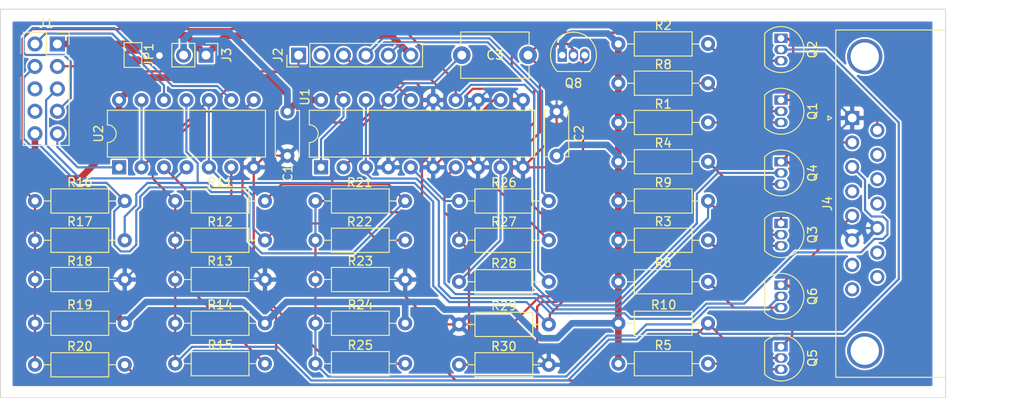
<source format=kicad_pcb>
(kicad_pcb (version 20221018) (generator pcbnew)
  (layers (0 "F.Cu" signal) (31 "B.Cu" signal) (34 "B.Paste" user) (35 "F.Paste" user) (36 "B.SilkS" user "B.Silkscreen") (37 "F.SilkS" user "F.Silkscreen") (38 "B.Mask" user) (39 "F.Mask" user) (44 "Edge.Cuts" user))
  (net 0 "")
  (net 1 "VCC")
  (net 2 "GND1")
  (net 3 "CS")
  (net 4 "Net-(Q8-B)")
  (net 5 "BLUE")
  (net 6 "Net-(Q1-B)")
  (net 7 "Net-(Q1-C)")
  (net 8 "CB")
  (net 9 "Net-(Q2-C)")
  (net 10 "RED")
  (net 11 "Net-(Q3-B)")
  (net 12 "Net-(Q3-C)")
  (net 13 "CR")
  (net 14 "Net-(Q4-C)")
  (net 15 "GREEN")
  (net 16 "Net-(Q5-B)")
  (net 17 "Net-(Q5-C)")
  (net 18 "CG")
  (net 19 "Net-(Q6-C)")
  (net 20 "Net-(Q8-C)")
  (net 21 "XINT")
  (net 22 "XB")
  (net 23 "XR")
  (net 24 "XG")
  (net 25 "Net-(J2-Pin_4)")
  (net 26 "Net-(J2-Pin_3)")
  (net 27 "Net-(J2-Pin_5)")
  (net 28 "ENABLE")
  (net 29 "Net-(J2-Pin_1)")
  (net 30 "CSYNC")
  (net 31 "G")
  (net 32 "B")
  (net 33 "R")
  (net 34 "INT")
  (net 35 "GND")
  (footprint "Resistor_THT:R_Axial_DIN0207_L6.3mm_D2.5mm_P10.16mm_Horizontal" (layer "F.Cu") (at 144.537841 115.082)
    (fp_text reference "R30")
    (fp_text value "11K")
  )
  (footprint "Resistor_THT:R_Axial_DIN0207_L6.3mm_D2.5mm_P10.16mm_Horizontal" (layer "F.Cu") (at 128.281841 105.43)
    (fp_text reference "R23")
    (fp_text value "1.5K")
  )
  (footprint "Connector_PinHeader_2.54mm:PinHeader_1x06_P2.54mm_Vertical" (layer "F.Cu") (at 126.376841 80.03 90)
    (fp_text reference "J2")
    (fp_text value "Conn_01x06")
  )
  (footprint "Connector_PinHeader_2.54mm:PinHeader_1x02_P2.54mm_Vertical" (layer "F.Cu") (at 115.896841 80.03 -90)
    (fp_text reference "J3")
    (fp_text value "Conn_01x02_Pin")
  )
  (footprint "Resistor_THT:R_Axial_DIN0207_L6.3mm_D2.5mm_P10.16mm_Horizontal" (layer "F.Cu") (at 162.571841 114.955)
    (fp_text reference "R5")
    (fp_text value "56")
  )
  (footprint "Resistor_THT:R_Axial_DIN0207_L6.3mm_D2.5mm_P10.16mm_Horizontal" (layer "F.Cu") (at 112.406841 105.43)
    (fp_text reference "R13")
    (fp_text value "1.5K")
  )
  (footprint "Resistor_THT:R_Axial_DIN0207_L6.3mm_D2.5mm_P10.16mm_Horizontal" (layer "F.Cu") (at 112.406841 114.955)
    (fp_text reference "R15")
    (fp_text value "3.3K")
  )
  (footprint "Connector_PinHeader_2.54mm:PinHeader_2x05_P2.54mm_Vertical" (layer "F.Cu") (at 96.526841 78.765)
    (fp_text reference "J1")
    (fp_text value "Conn_02x05_Odd_Even")
  )
  (footprint "Package_DIP:DIP-14_W7.62mm" (layer "F.Cu") (at 106.056841 92.73 90)
    (fp_text reference "U2")
    (fp_text value "74LS08")
  )
  (footprint "Capacitor_THT:C_Disc_D7.5mm_W5.0mm_P7.50mm" (layer "F.Cu") (at 144.851841 80.03)
    (fp_text reference "C3")
    (fp_text value "102K 1KV")
  )
  (footprint "Resistor_THT:R_Axial_DIN0207_L6.3mm_D2.5mm_P10.16mm_Horizontal" (layer "F.Cu") (at 112.406841 96.54)
    (fp_text reference "R11")
    (fp_text value "4.7K")
  )
  (footprint "Resistor_THT:R_Axial_DIN0207_L6.3mm_D2.5mm_P10.16mm_Horizontal" (layer "F.Cu") (at 96.531841 100.985)
    (fp_text reference "R17")
    (fp_text value "4.7K")
  )
  (footprint "Package_TO_SOT_THT:TO-92_Inline" (layer "F.Cu") (at 156.221841 80.03)
    (fp_text reference "Q8")
    (fp_text value "2N3906")
  )
  (footprint "Resistor_THT:R_Axial_DIN0207_L6.3mm_D2.5mm_P10.16mm_Horizontal" (layer "F.Cu") (at 144.537841 96.54)
    (fp_text reference "R26")
    (fp_text value "470")
  )
  (footprint "Resistor_THT:R_Axial_DIN0207_L6.3mm_D2.5mm_P10.16mm_Horizontal" (layer "F.Cu") (at 144.537841 100.985)
    (fp_text reference "R27")
    (fp_text value "470")
  )
  (footprint "Package_TO_SOT_THT:TO-92_Inline" (layer "F.Cu") (at 180.986841 99.08 -90)
    (fp_text reference "Q3")
    (fp_text value "2N3904")
  )
  (footprint "Resistor_THT:R_Axial_DIN0207_L6.3mm_D2.5mm_P10.16mm_Horizontal" (layer "F.Cu") (at 96.531841 110.383)
    (fp_text reference "R19")
    (fp_text value "3.3K")
  )
  (footprint "Package_TO_SOT_THT:TO-92_Inline" (layer "F.Cu") (at 180.986841 78.125 -90)
    (fp_text reference "Q2")
    (fp_text value "2N3904")
  )
  (footprint "Resistor_THT:R_Axial_DIN0207_L6.3mm_D2.5mm_P10.16mm_Horizontal" (layer "F.Cu") (at 144.537841 110.51)
    (fp_text reference "R29")
    (fp_text value "470")
  )
  (footprint "Resistor_THT:R_Axial_DIN0207_L6.3mm_D2.5mm_P10.16mm_Horizontal" (layer "F.Cu") (at 162.571841 92.095)
    (fp_text reference "R4")
    (fp_text value "56")
  )
  (footprint "Resistor_THT:R_Axial_DIN0207_L6.3mm_D2.5mm_P10.16mm_Horizontal" (layer "F.Cu") (at 112.406841 110.383)
    (fp_text reference "R14")
    (fp_text value "3.3K")
  )
  (footprint "Resistor_THT:R_Axial_DIN0207_L6.3mm_D2.5mm_P10.16mm_Horizontal" (layer "F.Cu") (at 96.531841 105.43)
    (fp_text reference "R18")
    (fp_text value "1.5K")
  )
  (footprint "Jumper:SolderJumper-2_P1.3mm_Open_Pad1.0x1.5mm" (layer "F.Cu") (at 107.621841 80.015 -90)
    (fp_text reference "JP1")
    (fp_text value "Jumper_2_Open")
  )
  (footprint "Package_TO_SOT_THT:TO-92_Inline" (layer "F.Cu") (at 180.986841 106.065 -90)
    (fp_text reference "Q6")
    (fp_text value "2N3904")
  )
  (footprint "Resistor_THT:R_Axial_DIN0207_L6.3mm_D2.5mm_P10.16mm_Horizontal" (layer "F.Cu") (at 96.531841 96.54)
    (fp_text reference "R16")
    (fp_text value "4.7K")
  )
  (footprint "Resistor_THT:R_Axial_DIN0207_L6.3mm_D2.5mm_P10.16mm_Horizontal" (layer "F.Cu") (at 172.731841 83.205 180)
    (fp_text reference "R8")
    (fp_text value "3.3K")
  )
  (footprint "Resistor_THT:R_Axial_DIN0207_L6.3mm_D2.5mm_P10.16mm_Horizontal" (layer "F.Cu") (at 172.731841 110.383 180)
    (fp_text reference "R10")
    (fp_text value "3.3K")
  )
  (footprint "Resistor_THT:R_Axial_DIN0207_L6.3mm_D2.5mm_P10.16mm_Horizontal" (layer "F.Cu") (at 162.571841 100.985)
    (fp_text reference "R3")
    (fp_text value "56")
  )
  (footprint "Resistor_THT:R_Axial_DIN0207_L6.3mm_D2.5mm_P10.16mm_Horizontal" (layer "F.Cu") (at 128.281841 114.955)
    (fp_text reference "R25")
    (fp_text value "3.3K")
  )
  (footprint "Resistor_THT:R_Axial_DIN0207_L6.3mm_D2.5mm_P10.16mm_Horizontal" (layer "F.Cu") (at 162.571841 105.684)
    (fp_text reference "R6")
    (fp_text value "56")
  )
  (footprint "Capacitor_THT:C_Disc_D5.0mm_W2.5mm_P5.00mm" (layer "F.Cu") (at 125.106841 86.42 -90)
    (fp_text reference "C1")
    (fp_text value "10nF")
  )
  (footprint "Package_TO_SOT_THT:TO-92_Inline" (layer "F.Cu") (at 180.986841 113.05 -90)
    (fp_text reference "Q5")
    (fp_text value "2N3904")
  )
  (footprint "Package_TO_SOT_THT:TO-92_Inline" (layer "F.Cu") (at 180.986841 85.11 -90)
    (fp_text reference "Q1")
    (fp_text value "2N3904")
  )
  (footprint "Resistor_THT:R_Axial_DIN0207_L6.3mm_D2.5mm_P10.16mm_Horizontal" (layer "F.Cu") (at 162.571841 78.76)
    (fp_text reference "R2")
    (fp_text value "56")
  )
  (footprint "Resistor_THT:R_Axial_DIN0207_L6.3mm_D2.5mm_P10.16mm_Horizontal" (layer "F.Cu") (at 172.731841 96.54 180)
    (fp_text reference "R9")
    (fp_text value "3.3K")
  )
  (footprint "Package_TO_SOT_THT:TO-92_Inline" (layer "F.Cu") (at 180.986841 92.095 -90)
    (fp_text reference "Q4")
    (fp_text value "2N3904")
  )
  (footprint "Resistor_THT:R_Axial_DIN0207_L6.3mm_D2.5mm_P10.16mm_Horizontal" (layer "F.Cu") (at 128.281841 100.985)
    (fp_text reference "R22")
    (fp_text value "4.7K")
  )
  (footprint "Resistor_THT:R_Axial_DIN0207_L6.3mm_D2.5mm_P10.16mm_Horizontal" (layer "F.Cu") (at 144.537841 105.684)
    (fp_text reference "R28")
    (fp_text value "470")
  )
  (footprint "Resistor_THT:R_Axial_DIN0207_L6.3mm_D2.5mm_P10.16mm_Horizontal" (layer "F.Cu") (at 96.531841 115.082)
    (fp_text reference "R20")
    (fp_text value "3.3K")
  )
  (footprint "Capacitor_THT:C_Disc_D5.0mm_W2.5mm_P5.00mm" (layer "F.Cu") (at 155.586841 91.42 90)
    (fp_text reference "C2")
    (fp_text value "10nF")
  )
  (footprint "Resistor_THT:R_Axial_DIN0207_L6.3mm_D2.5mm_P10.16mm_Horizontal" (layer "F.Cu") (at 128.281841 96.54)
    (fp_text reference "R21")
    (fp_text value "4.7K")
  )
  (footprint "Connector_Dsub:DSUB-15_Female_Horizontal_P2.77x2.84mm_EdgePinOffset7.70mm_Housed_MountingHolesOffset9.12mm" (layer "F.Cu") (at 189.05 87.145 90)
    (fp_text reference "J4")
    (fp_text value "DA15_Plug")
  )
  (footprint "Package_DIP:DIP-20_W7.62mm" (layer "F.Cu") (at 128.916841 92.73 90)
    (fp_text reference "U1")
    (fp_text value "74LS241_Split")
  )
  (footprint "Resistor_THT:R_Axial_DIN0207_L6.3mm_D2.5mm_P10.16mm_Horizontal" (layer "F.Cu") (at 162.571841 87.65)
    (fp_text reference "R1")
    (fp_text value "56")
  )
  (footprint "Resistor_THT:R_Axial_DIN0207_L6.3mm_D2.5mm_P10.16mm_Horizontal" (layer "F.Cu") (at 128.281841 110.383)
    (fp_text reference "R24")
    (fp_text value "3.3K")
  )
  (footprint "Resistor_THT:R_Axial_DIN0207_L6.3mm_D2.5mm_P10.16mm_Horizontal" (layer "F.Cu") (at 112.406841 100.985)
    (fp_text reference "R12")
    (fp_text value "4.7K")
  )
  (gr_rect (start 92.621841 74.83) (end 199.621841 118.83) (stroke (width 0.1)) (fill none) (layer "Edge.Cuts"))
  (segment (start 162.571841 87.65) (end 162.571841 92.095) (width 0.75) (layer "F.Cu") (net 1))
  (segment (start 125.106841 84.475) (end 123.201841 82.57) (width 0.75) (layer "F.Cu") (net 1))
  (segment (start 98.436841 94.145) (end 96.526841 92.235) (width 0.75) (layer "F.Cu") (net 1))
  (segment (start 98.436841 102.128) (end 98.436841 94.145) (width 0.75) (layer "F.Cu") (net 1))
  (segment (start 106.056841 89.555) (end 106.056841 85.11) (width 0.75) (layer "F.Cu") (net 1))
  (segment (start 108.596841 82.57) (end 106.056841 85.11) (width 0.75) (layer "F.Cu") (net 1))
  (segment (start 162.571841 96.54) (end 162.571841 100.985) (width 0.75) (layer "F.Cu") (net 1))
  (segment (start 106.691841 110.383) (end 98.436841 102.128) (width 0.75) (layer "F.Cu") (net 1))
  (segment (start 162.571841 83.205) (end 162.571841 87.65) (width 0.75) (layer "F.Cu") (net 1))
  (segment (start 123.201841 82.57) (end 108.596841 82.57) (width 0.75) (layer "F.Cu") (net 1))
  (segment (start 96.526841 92.235) (end 96.526841 88.925) (width 0.75) (layer "F.Cu") (net 1))
  (segment (start 162.571841 110.383) (end 162.571841 115.082) (width 0.75) (layer "F.Cu") (net 1))
  (segment (start 122.693841 110.51) (end 122.566841 110.383) (width 0.25) (layer "F.Cu") (net 1))
  (segment (start 125.106841 86.42) (end 125.106841 84.475) (width 0.75) (layer "F.Cu") (net 1))
  (segment (start 162.571841 78.76) (end 162.571841 83.205) (width 0.75) (layer "F.Cu") (net 1))
  (segment (start 128.916841 85.11) (end 126.416841 85.11) (width 0.75) (layer "F.Cu") (net 1))
  (segment (start 126.416841 85.11) (end 125.106841 86.42) (width 0.75) (layer "F.Cu") (net 1))
  (segment (start 162.571841 105.684) (end 162.571841 100.985) (width 0.75) (layer "F.Cu") (net 1))
  (segment (start 162.571841 110.383) (end 162.571841 105.684) (width 0.75) (layer "F.Cu") (net 1))
  (segment (start 98.371841 94) (end 101.611841 94) (width 0.75) (layer "F.Cu") (net 1))
  (segment (start 101.611841 94) (end 106.056841 89.555) (width 0.75) (layer "F.Cu") (net 1))
  (segment (start 162.571841 92.095) (end 162.571841 96.54) (width 0.75) (layer "F.Cu") (net 1))
  (segment (start 98.331841 94.04) (end 98.371841 94) (width 0.25) (layer "F.Cu") (net 1))
  (segment (start 162.571841 92.095) (end 162.571841 91.46) (width 0.25) (layer "B.Cu") (net 1))
  (segment (start 157.371841 77.58) (end 161.391841 77.58) (width 0.75) (layer "B.Cu") (net 1))
  (segment (start 157.221841 77.58) (end 157.371841 77.58) (width 0.25) (layer "B.Cu") (net 1))
  (segment (start 122.566841 110.383) (end 124.979841 107.97) (width 0.75) (layer "B.Cu") (net 1))
  (segment (start 138.441841 107.97) (end 142.011841 107.97) (width 0.75) (layer "B.Cu") (net 1))
  (segment (start 138.441841 110.383) (end 138.441841 107.97) (width 0.75) (layer "B.Cu") (net 1))
  (segment (start 150.551841 108.83) (end 153.801841 112.08) (width 0.75) (layer "B.Cu") (net 1))
  (segment (start 113.356841 78.295) (end 114.221841 77.43) (width 0.75) (layer "B.Cu") (net 1))
  (segment (start 118.521841 77.43) (end 125.106841 84.015) (width 0.75) (layer "B.Cu") (net 1))
  (segment (start 153.801841 112.08) (end 155.621841 112.08) (width 0.75) (layer "B.Cu") (net 1))
  (segment (start 161.301841 90.19) (end 156.816841 90.19) (width 0.75) (layer "B.Cu") (net 1))
  (segment (start 156.221841 78.58) (end 157.221841 77.58) (width 0.75) (layer "B.Cu") (net 1))
  (segment (start 125.106841 84.015) (end 125.106841 86.42) (width 0.75) (layer "B.Cu") (net 1))
  (segment (start 156.816841 90.19) (end 155.586841 91.42) (width 0.75) (layer "B.Cu") (net 1))
  (segment (start 113.356841 80.03) (end 113.356841 78.295) (width 0.75) (layer "B.Cu") (net 1))
  (segment (start 142.011841 107.97) (end 142.871841 108.83) (width 0.75) (layer "B.Cu") (net 1))
  (segment (start 120.153841 107.97) (end 122.566841 110.383) (width 0.75) (layer "B.Cu") (net 1))
  (segment (start 109.104841 107.97) (end 120.153841 107.97) (width 0.75) (layer "B.Cu") (net 1))
  (segment (start 161.391841 77.58) (end 162.571841 78.76) (width 0.75) (layer "B.Cu") (net 1))
  (segment (start 142.871841 108.83) (end 150.551841 108.83) (width 0.75) (layer "B.Cu") (net 1))
  (segment (start 156.221841 78.58) (end 156.221841 80.03) (width 0.75) (layer "B.Cu") (net 1))
  (segment (start 162.571841 91.46) (end 161.301841 90.19) (width 0.75) (layer "B.Cu") (net 1))
  (segment (start 155.621841 112.08) (end 157.318841 110.383) (width 0.75) (layer "B.Cu") (net 1))
  (segment (start 124.979841 107.97) (end 138.441841 107.97) (width 0.75) (layer "B.Cu") (net 1))
  (segment (start 114.221841 77.43) (end 118.521841 77.43) (width 0.75) (layer "B.Cu") (net 1))
  (segment (start 157.318841 110.383) (end 162.571841 110.383) (width 0.75) (layer "B.Cu") (net 1))
  (segment (start 106.691841 110.383) (end 109.104841 107.97) (width 0.75) (layer "B.Cu") (net 1))
  (segment (start 122.566841 105.43) (end 121.296841 104.16) (width 0.25) (layer "F.Cu") (net 2))
  (segment (start 155.586841 86.42) (end 155.586841 88.92) (width 0.25) (layer "F.Cu") (net 2))
  (segment (start 154.951841 92.73) (end 158.126841 95.905) (width 0.25) (layer "F.Cu") (net 2))
  (segment (start 110.621841 80.08) (end 110.036841 80.665) (width 0.75) (layer "F.Cu") (net 2))
  (segment (start 110.036841 80.665) (end 107.621841 80.665) (width 0.75) (layer "F.Cu") (net 2))
  (segment (start 155.588237 107.97) (end 153.931841 107.97) (width 0.25) (layer "F.Cu") (net 2))
  (segment (start 153.931841 107.97) (end 153.371841 108.53) (width 0.25) (layer "F.Cu") (net 2))
  (segment (start 110.621841 80.08) (end 110.521841 79.98) (width 0.25) (layer "F.Cu") (net 2))
  (segment (start 138.441841 107.335) (end 141.616841 110.51) (width 0.25) (layer "F.Cu") (net 2))
  (segment (start 141.616841 92.73) (end 142.741841 91.605) (width 0.25) (layer "F.Cu") (net 2))
  (segment (start 141.616841 110.51) (end 144.537841 110.51) (width 0.25) (layer "F.Cu") (net 2))
  (segment (start 121.296841 104.16) (end 121.296841 92.73) (width 0.25) (layer "F.Cu") (net 2))
  (segment (start 145.571841 91.605) (end 146.696841 92.73) (width 0.25) (layer "F.Cu") (net 2))
  (segment (start 142.741841 91.605) (end 145.571841 91.605) (width 0.25) (layer "F.Cu") (net 2))
  (segment (start 138.441841 105.43) (end 138.441841 107.335) (width 0.25) (layer "F.Cu") (net 2))
  (segment (start 155.586841 88.92) (end 151.776841 92.73) (width 0.25) (layer "F.Cu") (net 2))
  (segment (start 122.606841 91.42) (end 121.296841 92.73) (width 0.25) (layer "F.Cu") (net 2))
  (segment (start 153.371841 108.53) (end 153.371841 113.756) (width 0.25) (layer "F.Cu") (net 2))
  (segment (start 153.371841 113.756) (end 154.697841 115.082) (width 0.25) (layer "F.Cu") (net 2))
  (segment (start 158.126841 95.905) (end 158.126841 105.431396) (width 0.25) (layer "F.Cu") (net 2))
  (segment (start 125.106841 91.42) (end 122.606841 91.42) (width 0.25) (layer "F.Cu") (net 2))
  (segment (start 158.126841 105.431396) (end 155.588237 107.97) (width 0.25) (layer "F.Cu") (net 2))
  (segment (start 151.776841 92.73) (end 154.951841 92.73) (width 0.25) (layer "F.Cu") (net 2))
  (via (at 110.621841 80.08) (size 1) (drill 0.75) (layers "F.Cu" "B.Cu") (net 2))
  (segment (start 144.537841 110.51) (end 150.125841 110.51) (width 0.25) (layer "B.Cu") (net 2))
  (segment (start 155.586841 83.205) (end 155.586841 86.42) (width 0.25) (layer "B.Cu") (net 2))
  (segment (start 127.646841 87.83) (end 127.646841 84.58) (width 0.25) (layer "B.Cu") (net 2))
  (segment (start 147.966841 83.84) (end 150.506841 83.84) (width 0.25) (layer "B.Cu") (net 2))
  (segment (start 150.506841 83.84) (end 151.776841 85.11) (width 0.25) (layer "B.Cu") (net 2))
  (segment (start 127.646841 84.58) (end 127.646841 84.318061) (width 0.25) (layer "B.Cu") (net 2))
  (segment (start 135.266841 84.506122) (end 135.266841 85.901939) (width 0.25) (layer "B.Cu") (net 2))
  (segment (start 187.925 99.87) (end 187.925 88.27) (width 0.25) (layer "B.Cu") (net 2))
  (segment (start 142.886841 86.38) (end 141.616841 85.11) (width 0.25) (layer "B.Cu") (net 2))
  (segment (start 110.621841 80.08) (end 113.621841 83.08) (width 0.25) (layer "B.Cu") (net 2))
  (segment (start 106.691841 105.43) (end 107.961841 104.16) (width 0.25) (layer "B.Cu") (net 2))
  (segment (start 125.106841 91.42) (end 127.646841 88.88) (width 0.25) (layer "B.Cu") (net 2))
  (segment (start 189.05 87.145) (end 183.84 81.935) (width 0.25) (layer "B.Cu") (net 2))
  (segment (start 189.05 100.995) (end 187.925 99.87) (width 0.25) (layer "B.Cu") (net 2))
  (segment (start 127.646841 84.318061) (end 128.124902 83.84) (width 0.25) (layer "B.Cu") (net 2))
  (segment (start 118.471841 83.08) (end 120.021841 84.63) (width 0.25) (layer "B.Cu") (net 2))
  (segment (start 120.021841 84.63) (end 120.021841 85.738604) (width 0.25) (layer "B.Cu") (net 2))
  (segment (start 127.646841 88.88) (end 127.646841 84.58) (width 0.25) (layer "B.Cu") (net 2))
  (segment (start 120.021841 85.738604) (end 122.113237 87.83) (width 0.25) (layer "B.Cu") (net 2))
  (segment (start 140.346841 91.46) (end 137.806841 91.46) (width 0.25) (layer "B.Cu") (net 2))
  (segment (start 187.925 88.27) (end 189.05 87.145) (width 0.25) (layer "B.Cu") (net 2))
  (segment (start 146.696841 85.11) (end 146.696841 92.73) (width 0.25) (layer "B.Cu") (net 2))
  (segment (start 121.296841 104.16) (end 122.566841 105.43) (width 0.25) (layer "B.Cu") (net 2))
  (segment (start 135.266841 85.901939) (end 135.744902 86.38) (width 0.25) (layer "B.Cu") (net 2))
  (segment (start 146.696841 92.73) (end 147.966841 91.46) (width 0.25) (layer "B.Cu") (net 2))
  (segment (start 146.696841 85.11) (end 145.426841 86.38) (width 0.25) (layer "B.Cu") (net 2))
  (segment (start 191.89 99.61) (end 190.435 99.61) (width 0.25) (layer "B.Cu") (net 2))
  (segment (start 140.346841 86.38) (end 141.616841 85.11) (width 0.25) (layer "B.Cu") (net 2))
  (segment (start 190.435 99.61) (end 189.05 100.995) (width 0.25) (layer "B.Cu") (net 2))
  (segment (start 134.600719 83.84) (end 135.266841 84.506122) (width 0.25) (layer "B.Cu") (net 2))
  (segment (start 113.621841 83.08) (end 118.471841 83.08) (width 0.25) (layer "B.Cu") (net 2))
  (segment (start 107.961841 104.16) (end 121.296841 104.16) (width 0.25) (layer "B.Cu") (net 2))
  (segment (start 146.696841 85.11) (end 147.966841 83.84) (width 0.25) (layer "B.Cu") (net 2))
  (segment (start 156.856841 81.935) (end 155.586841 83.205) (width 0.25) (layer "B.Cu") (net 2))
  (segment (start 135.744902 86.38) (end 140.346841 86.38) (width 0.25) (layer "B.Cu") (net 2))
  (segment (start 122.113237 87.83) (end 127.646841 87.83) (width 0.25) (layer "B.Cu") (net 2))
  (segment (start 145.426841 86.38) (end 142.886841 86.38) (width 0.25) (layer "B.Cu") (net 2))
  (segment (start 128.124902 83.84) (end 134.600719 83.84) (width 0.25) (layer "B.Cu") (net 2))
  (segment (start 147.966841 91.46) (end 150.506841 91.46) (width 0.25) (layer "B.Cu") (net 2))
  (segment (start 141.616841 92.73) (end 140.346841 91.46) (width 0.25) (layer "B.Cu") (net 2))
  (segment (start 150.125841 110.51) (end 154.697841 115.082) (width 0.25) (layer "B.Cu") (net 2))
  (segment (start 150.506841 91.46) (end 151.776841 92.73) (width 0.25) (layer "B.Cu") (net 2))
  (segment (start 183.84 81.935) (end 156.856841 81.935) (width 0.25) (layer "B.Cu") (net 2))
  (segment (start 137.806841 91.46) (end 136.536841 92.73) (width 0.25) (layer "B.Cu") (net 2))
  (segment (start 136.536841 94.635) (end 130.186841 94.635) (width 0.25) (layer "F.Cu") (net 3))
  (segment (start 130.186841 94.635) (end 130.186841 91.46) (width 0.25) (layer "F.Cu") (net 3))
  (segment (start 138.441841 96.54) (end 136.536841 94.635) (width 0.25) (layer "F.Cu") (net 3))
  (segment (start 130.186841 91.46) (end 136.536841 85.11) (width 0.25) (layer "F.Cu") (net 3))
  (segment (start 124.471841 94.635) (end 130.186841 94.635) (width 0.25) (layer "F.Cu") (net 3))
  (segment (start 122.566841 96.54) (end 124.471841 94.635) (width 0.25) (layer "F.Cu") (net 3))
  (segment (start 105.5 97.731841) (end 105.5 101.5) (width 0.25) (layer "B.Cu") (net 3))
  (segment (start 138.441841 83.205) (end 136.536841 85.11) (width 0.25) (layer "B.Cu") (net 3))
  (segment (start 116.488604 95.535) (end 120.148604 95.535) (width 0.25) (layer "B.Cu") (net 3))
  (segment (start 96.526841 81.305) (end 95.25 82.581841) (width 0.25) (layer "B.Cu") (net 3))
  (segment (start 120.8 101.051019) (end 122.215463 102.466482) (width 0.25) (layer "B.Cu") (net 3))
  (segment (start 97.108 90.25) (end 101.346 94.488) (width 0.25) (layer "B.Cu") (net 3))
  (segment (start 115.953604 95) (end 116.488604 95.535) (width 0.25) (layer "B.Cu") (net 3))
  (segment (start 108.45 96.05) (end 109.5 95) (width 0.25) (layer "B.Cu") (net 3))
  (segment (start 108 97.636396) (end 108.45 97.186396) (width 0.25) (layer "B.Cu") (net 3))
  (segment (start 105.5 101.5) (end 106.25 102.25) (width 0.25) (layer "B.Cu") (net 3))
  (segment (start 120.8 96.186396) (end 120.8 101.051019) (width 0.25) (layer "B.Cu") (net 3))
  (segment (start 106.25 102.25) (end 107.25536 102.25) (width 0.25) (layer "B.Cu") (net 3))
  (segment (start 144.851841 80.03) (end 141.676841 83.205) (width 0.25) (layer "B.Cu") (net 3))
  (segment (start 95.25 89.485107) (end 96.014893 90.25) (width 0.25) (layer "B.Cu") (net 3))
  (segment (start 109.5 95) (end 115.953604 95) (width 0.25) (layer "B.Cu") (net 3))
  (segment (start 108 101.50536) (end 108 97.636396) (width 0.25) (layer "B.Cu") (net 3))
  (segment (start 101.346 94.488) (end 104.639841 94.488) (width 0.25) (layer "B.Cu") (net 3))
  (segment (start 96.014893 90.25) (end 97.108 90.25) (width 0.25) (layer "B.Cu") (net 3))
  (segment (start 122.215463 102.466482) (end 132.515359 102.466482) (width 0.25) (layer "B.Cu") (net 3))
  (segment (start 108.45 97.186396) (end 108.45 96.05) (width 0.25) (layer "B.Cu") (net 3))
  (segment (start 132.515359 102.466482) (end 138.441841 96.54) (width 0.25) (layer "B.Cu") (net 3))
  (segment (start 106.691841 96.54) (end 105.5 97.731841) (width 0.25) (layer "B.Cu") (net 3))
  (segment (start 95.25 82.581841) (end 95.25 89.485107) (width 0.25) (layer "B.Cu") (net 3))
  (segment (start 104.639841 94.488) (end 106.691841 96.54) (width 0.25) (layer "B.Cu") (net 3))
  (segment (start 107.25536 102.25) (end 108 101.50536) (width 0.25) (layer "B.Cu") (net 3))
  (segment (start 120.148604 95.535) (end 120.8 96.186396) (width 0.25) (layer "B.Cu") (net 3))
  (segment (start 141.676841 83.205) (end 138.441841 83.205) (width 0.25) (layer "B.Cu") (net 3))
  (segment (start 153.681841 81.36) (end 152.351841 80.03) (width 0.25) (layer "F.Cu") (net 4))
  (segment (start 152.351841 80.03) (end 153.621841 78.76) (width 0.25) (layer "F.Cu") (net 4))
  (segment (start 157.676841 101.805) (end 150.506841 94.635) (width 0.25) (layer "F.Cu") (net 4))
  (segment (start 157.676841 105.245) (end 157.676841 101.805) (width 0.25) (layer "F.Cu") (net 4))
  (segment (start 153.681841 88.763061) (end 153.681841 81.36) (width 0.25) (layer "F.Cu") (net 4))
  (segment (start 144.537841 115.082) (end 145.934841 115.082) (width 0.25) (layer "F.Cu") (net 4))
  (segment (start 157.491841 79.395) (end 157.491841 80.03) (width 0.25) (layer "F.Cu") (net 4))
  (segment (start 153.621841 78.76) (end 156.856841 78.76) (width 0.25) (layer "F.Cu") (net 4))
  (segment (start 150.506841 91.938061) (end 153.681841 88.763061) (width 0.25) (layer "F.Cu") (net 4))
  (segment (start 150.506841 94.635) (end 150.506841 91.938061) (width 0.25) (layer "F.Cu") (net 4))
  (segment (start 156.856841 78.76) (end 157.491841 79.395) (width 0.25) (layer "F.Cu") (net 4))
  (segment (start 145.934841 115.082) (end 153.681841 107.335) (width 0.25) (layer "F.Cu") (net 4))
  (segment (start 153.681841 107.335) (end 155.586841 107.335) (width 0.25) (layer "F.Cu") (net 4))
  (segment (start 155.586841 107.335) (end 157.676841 105.245) (width 0.25) (layer "F.Cu") (net 4))
  (segment (start 152.126461 80.57) (end 152.316841 80.37962) (width 0.25) (layer "B.Cu") (net 4))
  (segment (start 182.371841 83.725) (end 182.371841 78.76) (width 0.25) (layer "F.Cu") (net 5))
  (segment (start 181.736841 78.125) (end 180.986841 78.125) (width 0.25) (layer "F.Cu") (net 5))
  (segment (start 182.371841 78.76) (end 181.736841 78.125) (width 0.25) (layer "F.Cu") (net 5))
  (segment (start 180.986841 85.11) (end 182.371841 83.725) (width 0.25) (layer "F.Cu") (net 5))
  (segment (start 180.986841 85.11) (end 180.996841 85.1) (width 0.25) (layer "F.Cu") (net 5))
  (segment (start 190.002 85.1) (end 191.89 86.988) (width 0.25) (layer "F.Cu") (net 5))
  (segment (start 191.89 86.988) (end 191.89 88.53) (width 0.25) (layer "F.Cu") (net 5))
  (segment (start 180.996841 85.1) (end 190.002 85.1) (width 0.25) (layer "F.Cu") (net 5))
  (segment (start 172.731841 83.205) (end 175.906841 86.38) (width 0.25) (layer "F.Cu") (net 6))
  (segment (start 153.046841 87.65) (end 153.046841 83.84) (width 0.25) (layer "F.Cu") (net 6))
  (segment (start 181.140031 86.38) (end 180.986841 86.38) (width 0.25) (layer "F.Cu") (net 6))
  (segment (start 149.236841 91.46) (end 153.046841 87.65) (width 0.25) (layer "F.Cu") (net 6))
  (segment (start 150.506841 81.3) (end 150.506841 78.76) (width 0.25) (layer "F.Cu") (net 6))
  (segment (start 170.191841 83.205) (end 172.731841 83.205) (width 0.25) (layer "F.Cu") (net 6))
  (segment (start 164.476841 77.49) (end 170.191841 83.205) (width 0.25) (layer "F.Cu") (net 6))
  (segment (start 175.906841 86.38) (end 180.986841 86.38) (width 0.25) (layer "F.Cu") (net 6))
  (segment (start 153.046841 83.84) (end 150.506841 81.3) (width 0.25) (layer "F.Cu") (net 6))
  (segment (start 149.236841 92.73) (end 149.236841 91.46) (width 0.25) (layer "F.Cu") (net 6))
  (segment (start 151.776841 77.49) (end 164.476841 77.49) (width 0.25) (layer "F.Cu") (net 6))
  (segment (start 150.506841 78.76) (end 151.776841 77.49) (width 0.25) (layer "F.Cu") (net 6))
  (segment (start 149.236841 92.73) (end 149.236841 100.985) (width 0.25) (layer "B.Cu") (net 6))
  (segment (start 149.236841 100.985) (end 144.537841 105.684) (width 0.25) (layer "B.Cu") (net 6))
  (segment (start 172.731841 87.65) (end 180.986841 87.65) (width 0.25) (layer "F.Cu") (net 7))
  (segment (start 117.00878 86.38) (end 117.486841 85.901939) (width 0.25) (layer "F.Cu") (net 8))
  (segment (start 133.360445 87.65) (end 135.266841 85.743604) (width 0.25) (layer "F.Cu") (net 8))
  (segment (start 112.406841 96.54) (end 112.406841 100.985) (width 0.25) (layer "F.Cu") (net 8))
  (segment (start 109.866841 92.095698) (end 115.582539 86.38) (width 0.25) (layer "F.Cu") (net 8))
  (segment (start 117.486841 84.635561) (end 118.282402 83.84) (width 0.25) (layer "F.Cu") (net 8))
  (segment (start 122.566841 85.743604) (end 124.473237 87.65) (width 0.25) (layer "F.Cu") (net 8))
  (segment (start 136.086841 83.655) (end 137.621841 83.655) (width 0.25) (layer "F.Cu") (net 8))
  (segment (start 135.266841 84.475) (end 136.086841 83.655) (width 0.25) (layer "F.Cu") (net 8))
  (segment (start 117.486841 85.901939) (end 117.486841 84.635561) (width 0.25) (layer "F.Cu") (net 8))
  (segment (start 109.866841 94) (end 109.866841 92.095698) (width 0.25) (layer "F.Cu") (net 8))
  (segment (start 137.621841 83.655) (end 139.076841 85.11) (width 0.25) (layer "F.Cu") (net 8))
  (segment (start 115.582539 86.38) (end 117.00878 86.38) (width 0.25) (layer "F.Cu") (net 8))
  (segment (start 112.406841 100.985) (end 112.406841 105.43) (width 0.25) (layer "F.Cu") (net 8))
  (segment (start 118.282402 83.84) (end 121.890445 83.84) (width 0.25) (layer "F.Cu") (net 8))
  (segment (start 112.406841 96.54) (end 109.866841 94) (width 0.25) (layer "F.Cu") (net 8))
  (segment (start 121.890445 83.84) (end 122.566841 84.516396) (width 0.25) (layer "F.Cu") (net 8))
  (segment (start 112.406841 105.43) (end 112.406841 110.383) (width 0.25) (layer "F.Cu") (net 8))
  (segment (start 122.566841 84.516396) (end 122.566841 85.743604) (width 0.25) (layer "F.Cu") (net 8))
  (segment (start 135.266841 85.743604) (end 135.266841 84.475) (width 0.25) (layer "F.Cu") (net 8))
  (segment (start 124.473237 87.65) (end 133.360445 87.65) (width 0.25) (layer "F.Cu") (net 8))
  (segment (start 112.406841 114.955) (end 112.406841 110.383) (width 0.25) (layer "F.Cu") (net 8))
  (segment (start 172.108402 111.58) (end 188.121841 111.58) (width 0.25) (layer "B.Cu") (net 8))
  (segment (start 112.406841 114.955) (end 114.311841 113.05) (width 0.25) (layer "B.Cu") (net 8))
  (segment (start 164.663237 112.23) (end 165.748237 111.145) (width 0.25) (layer "B.Cu") (net 8))
  (segment (start 127.807402 116.86) (end 156.858237 116.86) (width 0.25) (layer "B.Cu") (net 8))
  (segment (start 188.121841 111.58) (end 194.321841 105.38) (width 0.25) (layer "B.Cu") (net 8))
  (segment (start 165.748237 111.145) (end 171.673402 111.145) (width 0.25) (layer "B.Cu") (net 8))
  (segment (start 194.321841 87.65) (end 186.066841 79.395) (width 0.25) (layer "B.Cu") (net 8))
  (segment (start 194.321841 105.38) (end 194.321841 87.65) (width 0.25) (layer "B.Cu") (net 8))
  (segment (start 114.311841 113.05) (end 123.997402 113.05) (width 0.25) (layer "B.Cu") (net 8))
  (segment (start 123.997402 113.05) (end 127.807402 116.86) (width 0.25) (layer "B.Cu") (net 8))
  (segment (start 171.673402 111.145) (end 172.108402 111.58) (width 0.25) (layer "B.Cu") (net 8))
  (segment (start 161.488237 112.23) (end 164.663237 112.23) (width 0.25) (layer "B.Cu") (net 8))
  (segment (start 186.066841 79.395) (end 180.986841 79.395) (width 0.25) (layer "B.Cu") (net 8))
  (segment (start 156.858237 116.86) (end 161.488237 112.23) (width 0.25) (layer "B.Cu") (net 8))
  (segment (start 174.636841 80.665) (end 180.986841 80.665) (width 0.25) (layer "F.Cu") (net 9))
  (segment (start 172.731841 78.76) (end 174.636841 80.665) (width 0.25) (layer "F.Cu") (net 9))
  (segment (start 183.166841 89.915) (end 180.986841 92.095) (width 0.25) (layer "F.Cu") (net 10))
  (segment (start 189.05 89.915) (end 183.166841 89.915) (width 0.25) (layer "F.Cu") (net 10))
  (segment (start 182.256841 96.245) (end 180.986841 97.515) (width 0.25) (layer "F.Cu") (net 10))
  (segment (start 182.256841 92.615) (end 182.256841 96.245) (width 0.25) (layer "F.Cu") (net 10))
  (segment (start 180.986841 99.08) (end 180.986841 97.515) (width 0.25) (layer "F.Cu") (net 10))
  (segment (start 180.986841 92.095) (end 181.736841 92.095) (width 0.25) (layer "F.Cu") (net 10))
  (segment (start 181.736841 92.095) (end 182.256841 92.615) (width 0.25) (layer "F.Cu") (net 10))
  (segment (start 172.731841 96.54) (end 176.541841 100.35) (width 0.25) (layer "F.Cu") (net 11))
  (segment (start 176.541841 100.35) (end 180.986841 100.35) (width 0.25) (layer "F.Cu") (net 11))
  (segment (start 142.886841 105.845) (end 144.121841 107.08) (width 0.25) (layer "B.Cu") (net 11))
  (segment (start 172.731841 98.446396) (end 172.731841 96.54) (width 0.25) (layer "B.Cu") (net 11))
  (segment (start 144.121841 107.08) (end 153.371841 107.08) (width 0.25) (layer "B.Cu") (net 11))
  (segment (start 139.896841 93.55) (end 139.898237 93.55) (width 0.25) (layer "B.Cu") (net 11))
  (segment (start 139.898237 93.55) (end 142.886841 96.538604) (width 0.25) (layer "B.Cu") (net 11))
  (segment (start 142.886841 96.54) (end 144.537841 96.54) (width 0.25) (layer "B.Cu") (net 11))
  (segment (start 142.886841 96.54) (end 142.886841 105.845) (width 0.25) (layer "B.Cu") (net 11))
  (segment (start 153.371841 107.08) (end 155.099841 108.808) (width 0.25) (layer "B.Cu") (net 11))
  (segment (start 142.886841 96.538604) (end 142.886841 96.54) (width 0.25) (layer "B.Cu") (net 11))
  (segment (start 162.370237 108.808) (end 172.731841 98.446396) (width 0.25) (layer "B.Cu") (net 11))
  (segment (start 155.099841 108.808) (end 162.370237 108.808) (width 0.25) (layer "B.Cu") (net 11))
  (segment (start 139.076841 92.73) (end 139.896841 93.55) (width 0.25) (layer "B.Cu") (net 11))
  (segment (start 172.731841 100.985) (end 173.366841 101.62) (width 0.25) (layer "F.Cu") (net 12))
  (segment (start 173.366841 101.62) (end 180.986841 101.62) (width 0.25) (layer "F.Cu") (net 12))
  (segment (start 96.531841 105.43) (end 96.531841 110.383) (width 0.25) (layer "F.Cu") (net 13))
  (segment (start 96.531841 100.985) (end 96.531841 105.43) (width 0.25) (layer "F.Cu") (net 13))
  (segment (start 96.531841 96.54) (end 96.531841 100.985) (width 0.25) (layer "F.Cu") (net 13))
  (segment (start 144.156841 83.009973) (end 144.156841 85.11) (width 0.25) (layer "F.Cu") (net 13))
  (segment (start 96.211814 77.08) (end 138.226868 77.08) (width 0.25) (layer "F.Cu") (net 13))
  (segment (start 96.531841 115.082) (end 96.531841 110.383) (width 0.25) (layer "F.Cu") (net 13))
  (segment (start 95.121841 95.13) (end 95.121841 78.169973) (width 0.25) (layer "F.Cu") (net 13))
  (segment (start 138.226868 77.08) (end 144.156841 83.009973) (width 0.25) (layer "F.Cu") (net 13))
  (segment (start 96.531841 96.54) (end 95.121841 95.13) (width 0.25) (layer "F.Cu") (net 13))
  (segment (start 95.121841 78.169973) (end 96.211814 77.08) (width 0.25) (layer "F.Cu") (net 13))
  (segment (start 171.461841 99.08) (end 171.461841 95.748061) (width 0.25) (layer "B.Cu") (net 13))
  (segment (start 171.461841 95.748061) (end 173.844902 93.365) (width 0.25) (layer "B.Cu") (net 13))
  (segment (start 162.183841 108.358) (end 171.461841 99.08) (width 0.25) (layer "B.Cu") (net 13))
  (segment (start 155.339841 108.358) (end 162.183841 108.358) (width 0.25) (layer "B.Cu") (net 13))
  (segment (start 151.960445 83.39) (end 153.046841 84.476396) (width 0.25) (layer "B.Cu") (net 13))
  (segment (start 153.046841 106.065) (end 155.339841 108.358) (width 0.25) (layer "B.Cu") (net 13))
  (segment (start 145.876841 83.39) (end 151.960445 83.39) (width 0.25) (layer "B.Cu") (net 13))
  (segment (start 173.844902 93.365) (end 180.986841 93.365) (width 0.25) (layer "B.Cu") (net 13))
  (segment (start 144.156841 85.11) (end 145.876841 83.39) (width 0.25) (layer "B.Cu") (net 13))
  (segment (start 153.046841 84.476396) (end 153.046841 106.065) (width 0.25) (layer "B.Cu") (net 13))
  (segment (start 175.271841 94.635) (end 180.986841 94.635) (width 0.25) (layer "F.Cu") (net 14))
  (segment (start 172.731841 92.095) (end 175.271841 94.635) (width 0.25) (layer "F.Cu") (net 14))
  (segment (start 189.05 98.225) (end 182.08538 105.18962) (width 0.25) (layer "F.Cu") (net 15))
  (segment (start 181.736841 106.065) (end 182.256841 106.585) (width 0.25) (layer "F.Cu") (net 15))
  (segment (start 182.256841 111.78) (end 180.986841 113.05) (width 0.25) (layer "F.Cu") (net 15))
  (segment (start 182.256841 106.585) (end 182.256841 111.78) (width 0.25) (layer "F.Cu") (net 15))
  (segment (start 180.986841 106.065) (end 181.736841 106.065) (width 0.25) (layer "F.Cu") (net 15))
  (segment (start 181.862221 105.18962) (end 180.986841 106.065) (width 0.25) (layer "F.Cu") (net 15))
  (segment (start 182.08538 105.18962) (end 181.862221 105.18962) (width 0.25) (layer "F.Cu") (net 15))
  (segment (start 144.537841 100.985) (end 145.662841 102.11) (width 0.25) (layer "F.Cu") (net 16))
  (segment (start 145.662841 102.11) (end 145.662841 111.542604) (width 0.25) (layer "F.Cu") (net 16))
  (segment (start 142.886841 97.81) (end 144.537841 99.461) (width 0.25) (layer "F.Cu") (net 16))
  (segment (start 176.668841 114.32) (end 180.986841 114.32) (width 0.25) (layer "F.Cu") (net 16))
  (segment (start 142.886841 94) (end 142.886841 97.81) (width 0.25) (layer "F.Cu") (net 16))
  (segment (start 166.254841 116.86) (end 172.731841 110.383) (width 0.25) (layer "F.Cu") (net 16))
  (segment (start 142.886841 115.59) (end 144.156841 116.86) (width 0.25) (layer "F.Cu") (net 16))
  (segment (start 144.156841 116.86) (end 166.254841 116.86) (width 0.25) (layer "F.Cu") (net 16))
  (segment (start 172.731841 110.383) (end 176.668841 114.32) (width 0.25) (layer "F.Cu") (net 16))
  (segment (start 145.662841 111.542604) (end 142.886841 114.318604) (width 0.25) (layer "F.Cu") (net 16))
  (segment (start 144.156841 92.73) (end 142.886841 94) (width 0.25) (layer "F.Cu") (net 16))
  (segment (start 142.886841 114.318604) (end 142.886841 115.59) (width 0.25) (layer "F.Cu") (net 16))
  (segment (start 144.537841 99.461) (end 144.537841 100.985) (width 0.25) (layer "F.Cu") (net 16))
  (segment (start 172.731841 114.955) (end 176.541841 114.955) (width 0.25) (layer "F.Cu") (net 17))
  (segment (start 172.731841 115.082) (end 172.731841 114.955) (width 0.25) (layer "F.Cu") (net 17))
  (segment (start 177.176841 115.59) (end 180.986841 115.59) (width 0.25) (layer "F.Cu") (net 17))
  (segment (start 176.541841 114.955) (end 177.176841 115.59) (width 0.25) (layer "F.Cu") (net 17))
  (segment (start 141.142402 91.46) (end 140.346841 92.255561) (width 0.25) (layer "F.Cu") (net 18))
  (segment (start 142.086841 91.46) (end 141.142402 91.46) (width 0.25) (layer "F.Cu") (net 18))
  (segment (start 148.436841 85.11) (end 142.086841 91.46) (width 0.25) (layer "F.Cu") (net 18))
  (segment (start 140.346841 92.255561) (end 140.346841 96.54) (width 0.25) (layer "F.Cu") (net 18))
  (segment (start 130.821841 96.54) (end 128.281841 96.54) (width 0.25) (layer "F.Cu") (net 18))
  (segment (start 149.236841 85.11) (end 148.436841 85.11) (width 0.25) (layer "F.Cu") (net 18))
  (segment (start 128.281841 100.985) (end 128.281841 105.43) (width 0.25) (layer "F.Cu") (net 18))
  (segment (start 139.076841 97.81) (end 132.091841 97.81) (width 0.25) (layer "F.Cu") (net 18))
  (segment (start 128.281841 105.43) (end 128.281841 110.383) (width 0.25) (layer "F.Cu") (net 18))
  (segment (start 132.091841 97.81) (end 130.821841 96.54) (width 0.25) (layer "F.Cu") (net 18))
  (segment (start 140.346841 96.54) (end 139.076841 97.81) (width 0.25) (layer "F.Cu") (net 18))
  (segment (start 170.826841 110.51) (end 172.731841 108.605) (width 0.25) (layer "B.Cu") (net 18))
  (segment (start 128.281841 114.955) (end 129.736841 116.41) (width 0.25) (layer "B.Cu") (net 18))
  (segment (start 128.281841 110.383) (end 128.281841 114.955) (width 0.25) (layer "B.Cu") (net 18))
  (segment (start 179.560193 108.605) (end 180.410193 107.755) (width 0.25) (layer "B.Cu") (net 18))
  (segment (start 129.736841 116.41) (end 156.671841 116.41) (width 0.25) (layer "B.Cu") (net 18))
  (segment (start 165.746841 110.51) (end 170.826841 110.51) (width 0.25) (layer "B.Cu") (net 18))
  (segment (start 180.410193 107.755) (end 180.566841 107.755) (width 0.25) (layer "B.Cu") (net 18))
  (segment (start 164.476841 111.78) (end 165.746841 110.51) (width 0.25) (layer "B.Cu") (net 18))
  (segment (start 172.731841 108.605) (end 179.560193 108.605) (width 0.25) (layer "B.Cu") (net 18))
  (segment (start 156.671841 116.41) (end 161.301841 111.78) (width 0.25) (layer "B.Cu") (net 18))
  (segment (start 161.301841 111.78) (end 164.476841 111.78) (width 0.25) (layer "B.Cu") (net 18))
  (segment (start 128.281841 96.54) (end 128.281841 100.985) (width 0.25) (layer "B.Cu") (net 18))
  (segment (start 180.566841 107.755) (end 180.986841 107.335) (width 0.25) (layer "B.Cu") (net 18))
  (segment (start 172.731841 105.684) (end 175.652841 108.605) (width 0.25) (layer "F.Cu") (net 19))
  (segment (start 175.652841 108.605) (end 180.986841 108.605) (width 0.25) (layer "F.Cu") (net 19))
  (segment (start 116.216841 85.11) (end 108.596841 92.73) (width 0.25) (layer "F.Cu") (net 20))
  (segment (start 158.576841 80.685) (end 158.341841 80.45) (width 0.25) (layer "F.Cu") (net 20))
  (segment (start 154.951841 110.383) (end 154.824841 110.383) (width 0.25) (layer "F.Cu") (net 20))
  (segment (start 154.824841 109.369792) (end 158.576841 105.617792) (width 0.25) (layer "F.Cu") (net 20))
  (segment (start 158.341841 80.45) (end 158.761841 80.03) (width 0.25) (layer "F.Cu") (net 20))
  (segment (start 154.824841 110.383) (end 154.824841 109.369792) (width 0.25) (layer "F.Cu") (net 20))
  (segment (start 158.576841 105.617792) (end 158.576841 80.685) (width 0.25) (layer "F.Cu") (net 20))
  (segment (start 116.216841 85.11) (end 116.216841 92.73) (width 0.25) (layer "B.Cu") (net 20))
  (segment (start 139.5 94.5) (end 117.986841 94.5) (width 0.25) (layer "B.Cu") (net 20))
  (segment (start 154.697841 110.51) (end 152.167841 107.98) (width 0.25) (layer "B.Cu") (net 20))
  (segment (start 141.616841 106.161231) (end 141.616841 96.616841) (width 0.25) (layer "B.Cu") (net 20))
  (segment (start 108.596841 85.11) (end 108.596841 92.73) (width 0.25) (layer "B.Cu") (net 20))
  (segment (start 117.986841 94.5) (end 116.216841 92.73) (width 0.25) (layer "B.Cu") (net 20))
  (segment (start 141.616841 96.616841) (end 139.5 94.5) (width 0.25) (layer "B.Cu") (net 20))
  (segment (start 143.43561 107.98) (end 141.616841 106.161231) (width 0.25) (layer "B.Cu") (net 20))
  (segment (start 152.167841 107.98) (end 143.43561 107.98) (width 0.25) (layer "B.Cu") (net 20))
  (segment (start 135.266841 100.985) (end 138.441841 100.985) (width 0.25) (layer "F.Cu") (net 21))
  (segment (start 133.361841 99.08) (end 135.266841 100.985) (width 0.25) (layer "F.Cu") (net 21))
  (segment (start 122.566841 100.985) (end 124.471841 99.08) (width 0.25) (layer "F.Cu") (net 21))
  (segment (start 124.471841 99.08) (end 133.361841 99.08) (width 0.25) (layer "F.Cu") (net 21))
  (segment (start 120.335 95.085) (end 121.25 96) (width 0.25) (layer "B.Cu") (net 21))
  (segment (start 121.25 96) (end 121.25 99.668159) (width 0.25) (layer "B.Cu") (net 21))
  (segment (start 106.691841 100.985) (end 106.691841 98.308159) (width 0.25) (layer "B.Cu") (net 21))
  (segment (start 114.95 92.25872) (end 114.95 94.45) (width 0.25) (layer "B.Cu") (net 21))
  (segment (start 108 97) (end 108 95.75) (width 0.25) (layer "B.Cu") (net 21))
  (segment (start 108 95.75) (end 109.25 94.5) (width 0.25) (layer "B.Cu") (net 21))
  (segment (start 113.676841 85.11) (end 113.676841 90.985561) (width 0.25) (layer "B.Cu") (net 21))
  (segment (start 114.95 94.45) (end 114.9 94.5) (width 0.25) (layer "B.Cu") (net 21))
  (segment (start 121.25 99.668159) (end 122.566841 100.985) (width 0.25) (layer "B.Cu") (net 21))
  (segment (start 113.676841 90.985561) (end 114.95 92.25872) (width 0.25) (layer "B.Cu") (net 21))
  (segment (start 114.9 94.5) (end 116.09 94.5) (width 0.25) (layer "B.Cu") (net 21))
  (segment (start 116.675 95.085) (end 120.335 95.085) (width 0.25) (layer "B.Cu") (net 21))
  (segment (start 116.09 94.5) (end 116.675 95.085) (width 0.25) (layer "B.Cu") (net 21))
  (segment (start 109.25 94.5) (end 114.9 94.5) (width 0.25) (layer "B.Cu") (net 21))
  (segment (start 106.691841 98.308159) (end 108 97) (width 0.25) (layer "B.Cu") (net 21))
  (segment (start 113.531841 95.125) (end 111.136841 92.73) (width 0.25) (layer "F.Cu") (net 22))
  (segment (start 113.531841 105.92) (end 113.531841 95.125) (width 0.25) (layer "F.Cu") (net 22))
  (segment (start 122.566841 114.955) (end 113.531841 105.92) (width 0.25) (layer "F.Cu") (net 22))
  (segment (start 123.201841 116.225) (end 123.836841 115.59) (width 0.25) (layer "F.Cu") (net 23))
  (segment (start 107.834841 116.225) (end 123.201841 116.225) (width 0.25) (layer "F.Cu") (net 23))
  (segment (start 118.756841 104.318335) (end 118.756841 92.73) (width 0.25) (layer "F.Cu") (net 23))
  (segment (start 123.836841 115.59) (end 123.836841 109.398335) (width 0.25) (layer "F.Cu") (net 23))
  (segment (start 123.836841 109.398335) (end 118.756841 104.318335) (width 0.25) (layer "F.Cu") (net 23))
  (segment (start 106.691841 115.082) (end 107.834841 116.225) (width 0.25) (layer "F.Cu") (net 23))
  (segment (start 130.029902 114.955) (end 138.441841 114.955) (width 0.25) (layer "F.Cu") (net 24))
  (segment (start 120.026841 86.38) (end 120.026841 104.951939) (width 0.25) (layer "F.Cu") (net 24))
  (segment (start 121.296841 85.11) (end 120.026841 86.38) (width 0.25) (layer "F.Cu") (net 24))
  (segment (start 120.026841 104.951939) (end 130.029902 114.955) (width 0.25) (layer "F.Cu") (net 24))
  (segment (start 153.946841 84.103604) (end 153.946841 95.535) (width 0.25) (layer "B.Cu") (net 25))
  (segment (start 153.946841 95.535) (end 154.697841 96.286) (width 0.25) (layer "B.Cu") (net 25))
  (segment (start 154.697841 96.286) (end 154.697841 96.54) (width 0.25) (layer "B.Cu") (net 25))
  (segment (start 147.968237 78.125) (end 153.946841 84.103604) (width 0.25) (layer "B.Cu") (net 25))
  (segment (start 135.901841 78.125) (end 147.968237 78.125) (width 0.25) (layer "B.Cu") (net 25))
  (segment (start 133.996841 80.03) (end 135.901841 78.125) (width 0.25) (layer "B.Cu") (net 25))
  (segment (start 142.886841 84.318061) (end 142.886841 85.98222) (width 0.25) (layer "F.Cu") (net 26))
  (segment (start 146.092963 83.84) (end 149.871841 83.84) (width 0.25) (layer "F.Cu") (net 26))
  (segment (start 148.111841 91.948604) (end 148.111841 94.399) (width 0.25) (layer "F.Cu") (net 26))
  (segment (start 150.506841 84.475) (end 150.506841 89.553604) (width 0.25) (layer "F.Cu") (net 26))
  (segment (start 142.886841 85.98222) (end 143.284621 86.38) (width 0.25) (layer "F.Cu") (net 26))
  (segment (start 145.426841 84.506122) (end 146.092963 83.84) (width 0.25) (layer "F.Cu") (net 26))
  (segment (start 134.181841 82.755) (end 141.32378 82.755) (width 0.25) (layer "F.Cu") (net 26))
  (segment (start 144.94878 86.38) (end 145.426841 85.901939) (width 0.25) (layer "F.Cu") (net 26))
  (segment (start 148.111841 94.399) (end 154.697841 100.985) (width 0.25) (layer "F.Cu") (net 26))
  (segment (start 143.284621 86.38) (end 144.94878 86.38) (width 0.25) (layer "F.Cu") (net 26))
  (segment (start 141.32378 82.755) (end 142.886841 84.318061) (width 0.25) (layer "F.Cu") (net 26))
  (segment (start 145.426841 85.901939) (end 145.426841 84.506122) (width 0.25) (layer "F.Cu") (net 26))
  (segment (start 149.871841 83.84) (end 150.506841 84.475) (width 0.25) (layer "F.Cu") (net 26))
  (segment (start 150.506841 89.553604) (end 148.111841 91.948604) (width 0.25) (layer "F.Cu") (net 26))
  (segment (start 131.456841 80.03) (end 134.181841 82.755) (width 0.25) (layer "F.Cu") (net 26))
  (segment (start 153.496841 104.483) (end 154.697841 105.684) (width 0.25) (layer "B.Cu") (net 27))
  (segment (start 153.496841 84.29) (end 153.496841 104.483) (width 0.25) (layer "B.Cu") (net 27))
  (segment (start 137.991841 78.575) (end 147.781841 78.575) (width 0.25) (layer "B.Cu") (net 27))
  (segment (start 147.781841 78.575) (end 153.496841 84.29) (width 0.25) (layer "B.Cu") (net 27))
  (segment (start 136.536841 80.03) (end 137.991841 78.575) (width 0.25) (layer "B.Cu") (net 27))
  (segment (start 107.117221 81.87) (end 123.49179 81.87) (width 0.25) (layer "F.Cu") (net 28))
  (segment (start 128.281841 81.935) (end 131.456841 85.11) (width 0.25) (layer "F.Cu") (net 28))
  (segment (start 123.55679 81.935) (end 128.281841 81.935) (width 0.25) (layer "F.Cu") (net 28))
  (segment (start 99.091841 81.28) (end 106.527221 81.28) (width 0.25) (layer "F.Cu") (net 28))
  (segment (start 123.49179 81.87) (end 123.55679 81.935) (width 0.25) (layer "F.Cu") (net 28))
  (segment (start 106.527221 81.28) (end 107.117221 81.87) (width 0.25) (layer "F.Cu") (net 28))
  (segment (start 99.066841 81.305) (end 99.091841 81.28) (width 0.25) (layer "F.Cu") (net 28))
  (segment (start 131.456841 87.015) (end 128.916841 89.555) (width 0.25) (layer "B.Cu") (net 28))
  (segment (start 128.916841 89.555) (end 128.916841 92.73) (width 0.25) (layer "B.Cu") (net 28))
  (segment (start 131.456841 85.11) (end 131.456841 87.015) (width 0.25) (layer "B.Cu") (net 28))
  (segment (start 139.711841 83.205) (end 140.346841 83.84) (width 0.25) (layer "F.Cu") (net 29))
  (segment (start 126.376841 80.03) (end 126.376841 81.3) (width 0.25) (layer "F.Cu") (net 29))
  (segment (start 140.346841 83.84) (end 140.346841 85.90375) (width 0.25) (layer "F.Cu") (net 29))
  (segment (start 126.561841 81.485) (end 128.468237 81.485) (width 0.25) (layer "F.Cu") (net 29))
  (segment (start 126.376841 81.3) (end 126.561841 81.485) (width 0.25) (layer "F.Cu") (net 29))
  (segment (start 130.188237 83.205) (end 139.711841 83.205) (width 0.25) (layer "F.Cu") (net 29))
  (segment (start 132.726841 91.46) (end 131.456841 92.73) (width 0.25) (layer "F.Cu") (net 29))
  (segment (start 134.790591 91.46) (end 132.726841 91.46) (width 0.25) (layer "F.Cu") (net 29))
  (segment (start 128.468237 81.485) (end 130.188237 83.205) (width 0.25) (layer "F.Cu") (net 29))
  (segment (start 140.346841 85.90375) (end 134.790591 91.46) (width 0.25) (layer "F.Cu") (net 29))
  (segment (start 190.5 94.135) (end 190.5 97.553878) (width 0.25) (layer "B.Cu") (net 30))
  (segment (start 133.996841 93.365) (end 133.996841 92.73) (width 0.25) (layer "B.Cu") (net 30))
  (segment (start 153.185445 107.53) (end 143.622006 107.53) (width 0.25) (layer "B.Cu") (net 30))
  (segment (start 190.5 97.553878) (end 191.244122 98.298) (width 0.25) (layer "B.Cu") (net 30))
  (segment (start 139.711841 94) (end 134.631841 94) (width 0.25) (layer "B.Cu") (net 30))
  (segment (start 154.871841 109.258) (end 154.871841 109.216396) (width 0.25) (layer "B.Cu") (net 30))
  (segment (start 191.555061 100.838) (end 190.031061 102.362) (width 0.25) (layer "B.Cu") (net 30))
  (segment (start 154.871841 109.216396) (end 153.185445 107.53) (width 0.25) (layer "B.Cu") (net 30))
  (segment (start 189.05 92.685) (end 190.5 94.135) (width 0.25) (layer "B.Cu") (net 30))
  (segment (start 133.996841 92.73) (end 133.996841 85.11) (width 0.25) (layer "B.Cu") (net 30))
  (segment (start 182.626 102.362) (end 176.833 108.155) (width 0.25) (layer "B.Cu") (net 30))
  (segment (start 142.251841 106.159835) (end 142.251841 96.54) (width 0.25) (layer "B.Cu") (net 30))
  (segment (start 142.251841 96.54) (end 139.711841 94) (width 0.25) (layer "B.Cu") (net 30))
  (segment (start 170.825445 109.875) (end 163.916841 109.875) (width 0.25) (layer "B.Cu") (net 30))
  (segment (start 143.622006 107.53) (end 142.251841 106.159835) (width 0.25) (layer "B.Cu") (net 30))
  (segment (start 134.631841 94) (end 133.996841 93.365) (width 0.25) (layer "B.Cu") (net 30))
  (segment (start 192.532 100.838) (end 191.555061 100.838) (width 0.25) (layer "B.Cu") (net 30))
  (segment (start 193.04 98.806) (end 193.04 100.33) (width 0.25) (layer "B.Cu") (net 30))
  (segment (start 163.299841 109.258) (end 154.871841 109.258) (width 0.25) (layer "B.Cu") (net 30))
  (segment (start 192.532 98.298) (end 193.04 98.806) (width 0.25) (layer "B.Cu") (net 30))
  (segment (start 190.031061 102.362) (end 182.626 102.362) (width 0.25) (layer "B.Cu") (net 30))
  (segment (start 172.545445 108.155) (end 170.825445 109.875) (width 0.25) (layer "B.Cu") (net 30))
  (segment (start 176.833 108.155) (end 172.545445 108.155) (width 0.25) (layer "B.Cu") (net 30))
  (segment (start 163.916841 109.875) (end 163.299841 109.258) (width 0.25) (layer "B.Cu") (net 30))
  (segment (start 191.244122 98.298) (end 192.532 98.298) (width 0.25) (layer "B.Cu") (net 30))
  (segment (start 193.04 100.33) (end 192.532 100.838) (width 0.25) (layer "B.Cu") (net 30))
  (segment (start 100.584 84.867841) (end 99.066841 86.385) (width 0.25) (layer "B.Cu") (net 31))
  (segment (start 99.073237 86.385) (end 99.066841 86.385) (width 0.25) (layer "B.Cu") (net 31))
  (segment (start 117.176841 83.53) (end 112.098237 83.53) (width 0.25) (layer "B.Cu") (net 31))
  (segment (start 95.504 80.01) (end 99.822 80.01) (width 0.25) (layer "B.Cu") (net 31))
  (segment (start 105.530237 76.962) (end 96.266 76.962) (width 0.25) (layer "B.Cu") (net 31))
  (segment (start 100.584 80.772) (end 100.584 84.867841) (width 0.25) (layer "B.Cu") (net 31))
  (segment (start 112.098237 83.53) (end 105.530237 76.962) (width 0.25) (layer "B.Cu") (net 31))
  (segment (start 95.25 77.978) (end 95.25 79.756) (width 0.25) (layer "B.Cu") (net 31))
  (segment (start 95.25 79.756) (end 95.504 80.01) (width 0.25) (layer "B.Cu") (net 31))
  (segment (start 118.756841 85.11) (end 117.176841 83.53) (width 0.25) (layer "B.Cu") (net 31))
  (segment (start 99.822 80.01) (end 100.584 80.772) (width 0.25) (layer "B.Cu") (net 31))
  (segment (start 96.266 76.962) (end 95.25 77.978) (width 0.25) (layer "B.Cu") (net 31))
  (segment (start 106.056841 92.73) (end 101.366 92.73) (width 0.25) (layer "B.Cu") (net 32))
  (segment (start 99.066841 90.430841) (end 99.066841 88.925) (width 0.25) (layer "B.Cu") (net 32))
  (segment (start 101.366 92.73) (end 99.066841 90.430841) (width 0.25) (layer "B.Cu") (net 32))
  (segment (start 101.6 93.98) (end 97.79 90.17) (width 0.25) (layer "B.Cu") (net 33))
  (segment (start 113.676841 92.73) (end 112.426841 93.98) (width 0.25) (layer "B.Cu") (net 33))
  (segment (start 97.79 85.121841) (end 99.066841 83.845) (width 0.25) (layer "B.Cu") (net 33))
  (segment (start 97.79 90.17) (end 97.79 85.121841) (width 0.25) (layer "B.Cu") (net 33))
  (segment (start 112.426841 93.98) (end 101.6 93.98) (width 0.25) (layer "B.Cu") (net 33))
  (segment (start 105.276 77.59) (end 111.136841 83.450841) (width 0.25) (layer "B.Cu") (net 34))
  (segment (start 97.701841 77.59) (end 105.276 77.59) (width 0.25) (layer "B.Cu") (net 34))
  (segment (start 96.526841 78.765) (end 97.701841 77.59) (width 0.25) (layer "B.Cu") (net 34))
  (segment (start 111.136841 83.450841) (end 111.136841 85.11) (width 0.25) (layer "B.Cu") (net 34))
  (segment (start 108.941841 77.78) (end 113.646841 77.78) (width 0.75) (layer "F.Cu") (net 35))
  (segment (start 136.876841 77.83) (end 139.076841 80.03) (width 0.75) (layer "F.Cu") (net 35))
  (segment (start 99.066841 78.765) (end 99.071841 78.76) (width 0.75) (layer "F.Cu") (net 35))
  (segment (start 113.646841 77.78) (end 115.896841 80.03) (width 0.75) (layer "F.Cu") (net 35))
  (segment (start 107.621841 79.365) (end 107.621841 79.1) (width 0.75) (layer "F.Cu") (net 35))
  (segment (start 115.896841 80.03) (end 118.096841 77.83) (width 0.75) (layer "F.Cu") (net 35))
  (segment (start 99.071841 78.76) (end 107.016841 78.76) (width 0.75) (layer "F.Cu") (net 35))
  (segment (start 118.096841 77.83) (end 136.876841 77.83) (width 0.75) (layer "F.Cu") (net 35))
  (segment (start 107.016841 78.76) (end 107.621841 79.365) (width 0.75) (layer "F.Cu") (net 35))
  (segment (start 107.621841 79.1) (end 108.941841 77.78) (width 0.75) (layer "F.Cu") (net 35))
  (zone (net 2) (net_name "GND1") (layer "B.Cu") (name "GND1") (connect_pads (clearance 0)) (min_thickness 0.25) (fill yes (thermal_gap 0.5) (thermal_bridge_width 0.5))
    (polygon (pts (xy 93.991841 76.22) (xy 93.991841 117.495) (xy 198.131841 117.495) (xy 198.131841 76.22)))
  )
)
</source>
